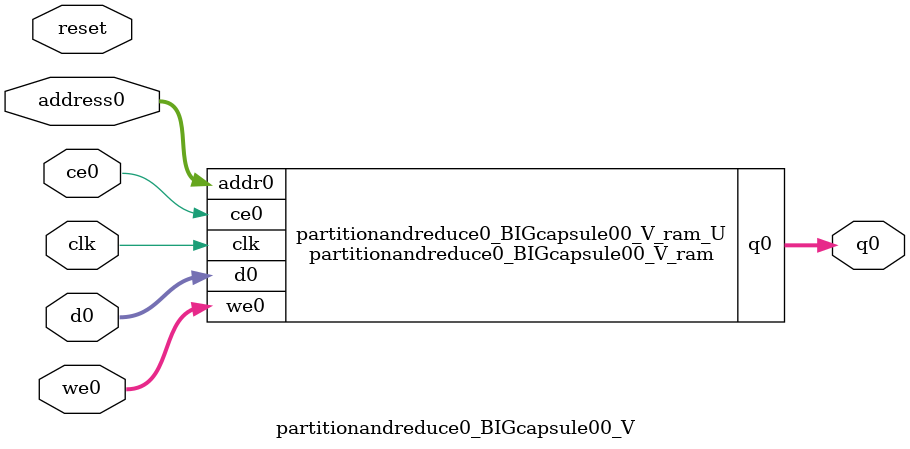
<source format=v>
`timescale 1 ns / 1 ps
module partitionandreduce0_BIGcapsule00_V_ram (addr0, ce0, d0, we0, q0,  clk);

parameter DWIDTH = 512;
parameter AWIDTH = 9;
parameter MEM_SIZE = 512;
parameter COL_WIDTH = 8;
parameter NUM_COL = (DWIDTH/COL_WIDTH);

input[AWIDTH-1:0] addr0;
input ce0;
input[DWIDTH-1:0] d0;
input [NUM_COL-1:0] we0;
output reg[DWIDTH-1:0] q0;
input clk;

(* ram_style = "block" *)reg [DWIDTH-1:0] ram[0:MEM_SIZE-1];



genvar i;

generate
    for (i=0;i<NUM_COL;i=i+1) begin
        always @(posedge clk) begin
            if (ce0) begin
                if (we0[i]) begin
                    ram[addr0][i*COL_WIDTH +: COL_WIDTH] <= d0[i*COL_WIDTH +: COL_WIDTH]; 
                end
                q0[i*COL_WIDTH +: COL_WIDTH] <= ram[addr0][i*COL_WIDTH +: COL_WIDTH];
            end
        end
    end
endgenerate


endmodule

`timescale 1 ns / 1 ps
module partitionandreduce0_BIGcapsule00_V(
    reset,
    clk,
    address0,
    ce0,
    we0,
    d0,
    q0);

parameter DataWidth = 32'd512;
parameter AddressRange = 32'd512;
parameter AddressWidth = 32'd9;
input reset;
input clk;
input[AddressWidth - 1:0] address0;
input ce0;
input[DataWidth/8 - 1:0] we0;
input[DataWidth - 1:0] d0;
output[DataWidth - 1:0] q0;



partitionandreduce0_BIGcapsule00_V_ram partitionandreduce0_BIGcapsule00_V_ram_U(
    .clk( clk ),
    .addr0( address0 ),
    .ce0( ce0 ),
    .we0( we0 ),
    .d0( d0 ),
    .q0( q0 ));

endmodule


</source>
